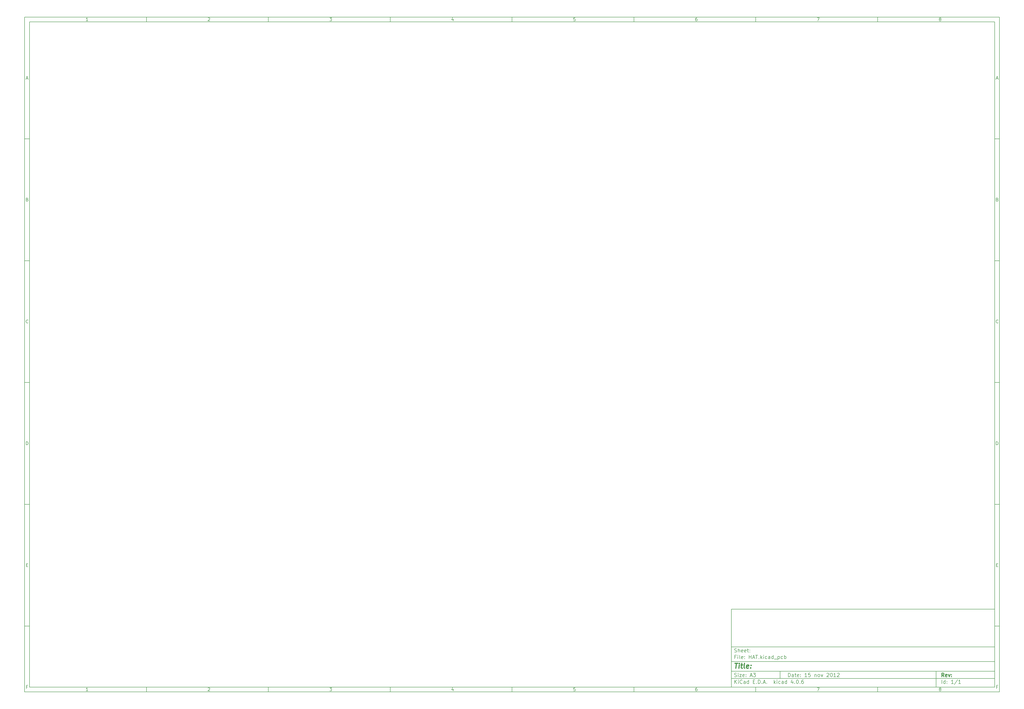
<source format=gbo>
G04 #@! TF.FileFunction,Legend,Bot*
%FSLAX46Y46*%
G04 Gerber Fmt 4.6, Leading zero omitted, Abs format (unit mm)*
G04 Created by KiCad (PCBNEW 4.0.6) date 06/14/17 17:14:32*
%MOMM*%
%LPD*%
G01*
G04 APERTURE LIST*
%ADD10C,0.150000*%
%ADD11C,0.300000*%
%ADD12C,0.400000*%
G04 APERTURE END LIST*
D10*
X299989000Y-253002200D02*
X299989000Y-285002200D01*
X407989000Y-285002200D01*
X407989000Y-253002200D01*
X299989000Y-253002200D01*
X10000000Y-10000000D02*
X10000000Y-287002200D01*
X409989000Y-287002200D01*
X409989000Y-10000000D01*
X10000000Y-10000000D01*
X12000000Y-12000000D02*
X12000000Y-285002200D01*
X407989000Y-285002200D01*
X407989000Y-12000000D01*
X12000000Y-12000000D01*
X60000000Y-12000000D02*
X60000000Y-10000000D01*
X110000000Y-12000000D02*
X110000000Y-10000000D01*
X160000000Y-12000000D02*
X160000000Y-10000000D01*
X210000000Y-12000000D02*
X210000000Y-10000000D01*
X260000000Y-12000000D02*
X260000000Y-10000000D01*
X310000000Y-12000000D02*
X310000000Y-10000000D01*
X360000000Y-12000000D02*
X360000000Y-10000000D01*
X35990476Y-11588095D02*
X35247619Y-11588095D01*
X35619048Y-11588095D02*
X35619048Y-10288095D01*
X35495238Y-10473810D01*
X35371429Y-10597619D01*
X35247619Y-10659524D01*
X85247619Y-10411905D02*
X85309524Y-10350000D01*
X85433333Y-10288095D01*
X85742857Y-10288095D01*
X85866667Y-10350000D01*
X85928571Y-10411905D01*
X85990476Y-10535714D01*
X85990476Y-10659524D01*
X85928571Y-10845238D01*
X85185714Y-11588095D01*
X85990476Y-11588095D01*
X135185714Y-10288095D02*
X135990476Y-10288095D01*
X135557143Y-10783333D01*
X135742857Y-10783333D01*
X135866667Y-10845238D01*
X135928571Y-10907143D01*
X135990476Y-11030952D01*
X135990476Y-11340476D01*
X135928571Y-11464286D01*
X135866667Y-11526190D01*
X135742857Y-11588095D01*
X135371429Y-11588095D01*
X135247619Y-11526190D01*
X135185714Y-11464286D01*
X185866667Y-10721429D02*
X185866667Y-11588095D01*
X185557143Y-10226190D02*
X185247619Y-11154762D01*
X186052381Y-11154762D01*
X235928571Y-10288095D02*
X235309524Y-10288095D01*
X235247619Y-10907143D01*
X235309524Y-10845238D01*
X235433333Y-10783333D01*
X235742857Y-10783333D01*
X235866667Y-10845238D01*
X235928571Y-10907143D01*
X235990476Y-11030952D01*
X235990476Y-11340476D01*
X235928571Y-11464286D01*
X235866667Y-11526190D01*
X235742857Y-11588095D01*
X235433333Y-11588095D01*
X235309524Y-11526190D01*
X235247619Y-11464286D01*
X285866667Y-10288095D02*
X285619048Y-10288095D01*
X285495238Y-10350000D01*
X285433333Y-10411905D01*
X285309524Y-10597619D01*
X285247619Y-10845238D01*
X285247619Y-11340476D01*
X285309524Y-11464286D01*
X285371429Y-11526190D01*
X285495238Y-11588095D01*
X285742857Y-11588095D01*
X285866667Y-11526190D01*
X285928571Y-11464286D01*
X285990476Y-11340476D01*
X285990476Y-11030952D01*
X285928571Y-10907143D01*
X285866667Y-10845238D01*
X285742857Y-10783333D01*
X285495238Y-10783333D01*
X285371429Y-10845238D01*
X285309524Y-10907143D01*
X285247619Y-11030952D01*
X335185714Y-10288095D02*
X336052381Y-10288095D01*
X335495238Y-11588095D01*
X385495238Y-10845238D02*
X385371429Y-10783333D01*
X385309524Y-10721429D01*
X385247619Y-10597619D01*
X385247619Y-10535714D01*
X385309524Y-10411905D01*
X385371429Y-10350000D01*
X385495238Y-10288095D01*
X385742857Y-10288095D01*
X385866667Y-10350000D01*
X385928571Y-10411905D01*
X385990476Y-10535714D01*
X385990476Y-10597619D01*
X385928571Y-10721429D01*
X385866667Y-10783333D01*
X385742857Y-10845238D01*
X385495238Y-10845238D01*
X385371429Y-10907143D01*
X385309524Y-10969048D01*
X385247619Y-11092857D01*
X385247619Y-11340476D01*
X385309524Y-11464286D01*
X385371429Y-11526190D01*
X385495238Y-11588095D01*
X385742857Y-11588095D01*
X385866667Y-11526190D01*
X385928571Y-11464286D01*
X385990476Y-11340476D01*
X385990476Y-11092857D01*
X385928571Y-10969048D01*
X385866667Y-10907143D01*
X385742857Y-10845238D01*
X60000000Y-285002200D02*
X60000000Y-287002200D01*
X110000000Y-285002200D02*
X110000000Y-287002200D01*
X160000000Y-285002200D02*
X160000000Y-287002200D01*
X210000000Y-285002200D02*
X210000000Y-287002200D01*
X260000000Y-285002200D02*
X260000000Y-287002200D01*
X310000000Y-285002200D02*
X310000000Y-287002200D01*
X360000000Y-285002200D02*
X360000000Y-287002200D01*
X35990476Y-286590295D02*
X35247619Y-286590295D01*
X35619048Y-286590295D02*
X35619048Y-285290295D01*
X35495238Y-285476010D01*
X35371429Y-285599819D01*
X35247619Y-285661724D01*
X85247619Y-285414105D02*
X85309524Y-285352200D01*
X85433333Y-285290295D01*
X85742857Y-285290295D01*
X85866667Y-285352200D01*
X85928571Y-285414105D01*
X85990476Y-285537914D01*
X85990476Y-285661724D01*
X85928571Y-285847438D01*
X85185714Y-286590295D01*
X85990476Y-286590295D01*
X135185714Y-285290295D02*
X135990476Y-285290295D01*
X135557143Y-285785533D01*
X135742857Y-285785533D01*
X135866667Y-285847438D01*
X135928571Y-285909343D01*
X135990476Y-286033152D01*
X135990476Y-286342676D01*
X135928571Y-286466486D01*
X135866667Y-286528390D01*
X135742857Y-286590295D01*
X135371429Y-286590295D01*
X135247619Y-286528390D01*
X135185714Y-286466486D01*
X185866667Y-285723629D02*
X185866667Y-286590295D01*
X185557143Y-285228390D02*
X185247619Y-286156962D01*
X186052381Y-286156962D01*
X235928571Y-285290295D02*
X235309524Y-285290295D01*
X235247619Y-285909343D01*
X235309524Y-285847438D01*
X235433333Y-285785533D01*
X235742857Y-285785533D01*
X235866667Y-285847438D01*
X235928571Y-285909343D01*
X235990476Y-286033152D01*
X235990476Y-286342676D01*
X235928571Y-286466486D01*
X235866667Y-286528390D01*
X235742857Y-286590295D01*
X235433333Y-286590295D01*
X235309524Y-286528390D01*
X235247619Y-286466486D01*
X285866667Y-285290295D02*
X285619048Y-285290295D01*
X285495238Y-285352200D01*
X285433333Y-285414105D01*
X285309524Y-285599819D01*
X285247619Y-285847438D01*
X285247619Y-286342676D01*
X285309524Y-286466486D01*
X285371429Y-286528390D01*
X285495238Y-286590295D01*
X285742857Y-286590295D01*
X285866667Y-286528390D01*
X285928571Y-286466486D01*
X285990476Y-286342676D01*
X285990476Y-286033152D01*
X285928571Y-285909343D01*
X285866667Y-285847438D01*
X285742857Y-285785533D01*
X285495238Y-285785533D01*
X285371429Y-285847438D01*
X285309524Y-285909343D01*
X285247619Y-286033152D01*
X335185714Y-285290295D02*
X336052381Y-285290295D01*
X335495238Y-286590295D01*
X385495238Y-285847438D02*
X385371429Y-285785533D01*
X385309524Y-285723629D01*
X385247619Y-285599819D01*
X385247619Y-285537914D01*
X385309524Y-285414105D01*
X385371429Y-285352200D01*
X385495238Y-285290295D01*
X385742857Y-285290295D01*
X385866667Y-285352200D01*
X385928571Y-285414105D01*
X385990476Y-285537914D01*
X385990476Y-285599819D01*
X385928571Y-285723629D01*
X385866667Y-285785533D01*
X385742857Y-285847438D01*
X385495238Y-285847438D01*
X385371429Y-285909343D01*
X385309524Y-285971248D01*
X385247619Y-286095057D01*
X385247619Y-286342676D01*
X385309524Y-286466486D01*
X385371429Y-286528390D01*
X385495238Y-286590295D01*
X385742857Y-286590295D01*
X385866667Y-286528390D01*
X385928571Y-286466486D01*
X385990476Y-286342676D01*
X385990476Y-286095057D01*
X385928571Y-285971248D01*
X385866667Y-285909343D01*
X385742857Y-285847438D01*
X10000000Y-60000000D02*
X12000000Y-60000000D01*
X10000000Y-110000000D02*
X12000000Y-110000000D01*
X10000000Y-160000000D02*
X12000000Y-160000000D01*
X10000000Y-210000000D02*
X12000000Y-210000000D01*
X10000000Y-260000000D02*
X12000000Y-260000000D01*
X10690476Y-35216667D02*
X11309524Y-35216667D01*
X10566667Y-35588095D02*
X11000000Y-34288095D01*
X11433333Y-35588095D01*
X11092857Y-84907143D02*
X11278571Y-84969048D01*
X11340476Y-85030952D01*
X11402381Y-85154762D01*
X11402381Y-85340476D01*
X11340476Y-85464286D01*
X11278571Y-85526190D01*
X11154762Y-85588095D01*
X10659524Y-85588095D01*
X10659524Y-84288095D01*
X11092857Y-84288095D01*
X11216667Y-84350000D01*
X11278571Y-84411905D01*
X11340476Y-84535714D01*
X11340476Y-84659524D01*
X11278571Y-84783333D01*
X11216667Y-84845238D01*
X11092857Y-84907143D01*
X10659524Y-84907143D01*
X11402381Y-135464286D02*
X11340476Y-135526190D01*
X11154762Y-135588095D01*
X11030952Y-135588095D01*
X10845238Y-135526190D01*
X10721429Y-135402381D01*
X10659524Y-135278571D01*
X10597619Y-135030952D01*
X10597619Y-134845238D01*
X10659524Y-134597619D01*
X10721429Y-134473810D01*
X10845238Y-134350000D01*
X11030952Y-134288095D01*
X11154762Y-134288095D01*
X11340476Y-134350000D01*
X11402381Y-134411905D01*
X10659524Y-185588095D02*
X10659524Y-184288095D01*
X10969048Y-184288095D01*
X11154762Y-184350000D01*
X11278571Y-184473810D01*
X11340476Y-184597619D01*
X11402381Y-184845238D01*
X11402381Y-185030952D01*
X11340476Y-185278571D01*
X11278571Y-185402381D01*
X11154762Y-185526190D01*
X10969048Y-185588095D01*
X10659524Y-185588095D01*
X10721429Y-234907143D02*
X11154762Y-234907143D01*
X11340476Y-235588095D02*
X10721429Y-235588095D01*
X10721429Y-234288095D01*
X11340476Y-234288095D01*
X11185714Y-284907143D02*
X10752381Y-284907143D01*
X10752381Y-285588095D02*
X10752381Y-284288095D01*
X11371428Y-284288095D01*
X409989000Y-60000000D02*
X407989000Y-60000000D01*
X409989000Y-110000000D02*
X407989000Y-110000000D01*
X409989000Y-160000000D02*
X407989000Y-160000000D01*
X409989000Y-210000000D02*
X407989000Y-210000000D01*
X409989000Y-260000000D02*
X407989000Y-260000000D01*
X408679476Y-35216667D02*
X409298524Y-35216667D01*
X408555667Y-35588095D02*
X408989000Y-34288095D01*
X409422333Y-35588095D01*
X409081857Y-84907143D02*
X409267571Y-84969048D01*
X409329476Y-85030952D01*
X409391381Y-85154762D01*
X409391381Y-85340476D01*
X409329476Y-85464286D01*
X409267571Y-85526190D01*
X409143762Y-85588095D01*
X408648524Y-85588095D01*
X408648524Y-84288095D01*
X409081857Y-84288095D01*
X409205667Y-84350000D01*
X409267571Y-84411905D01*
X409329476Y-84535714D01*
X409329476Y-84659524D01*
X409267571Y-84783333D01*
X409205667Y-84845238D01*
X409081857Y-84907143D01*
X408648524Y-84907143D01*
X409391381Y-135464286D02*
X409329476Y-135526190D01*
X409143762Y-135588095D01*
X409019952Y-135588095D01*
X408834238Y-135526190D01*
X408710429Y-135402381D01*
X408648524Y-135278571D01*
X408586619Y-135030952D01*
X408586619Y-134845238D01*
X408648524Y-134597619D01*
X408710429Y-134473810D01*
X408834238Y-134350000D01*
X409019952Y-134288095D01*
X409143762Y-134288095D01*
X409329476Y-134350000D01*
X409391381Y-134411905D01*
X408648524Y-185588095D02*
X408648524Y-184288095D01*
X408958048Y-184288095D01*
X409143762Y-184350000D01*
X409267571Y-184473810D01*
X409329476Y-184597619D01*
X409391381Y-184845238D01*
X409391381Y-185030952D01*
X409329476Y-185278571D01*
X409267571Y-185402381D01*
X409143762Y-185526190D01*
X408958048Y-185588095D01*
X408648524Y-185588095D01*
X408710429Y-234907143D02*
X409143762Y-234907143D01*
X409329476Y-235588095D02*
X408710429Y-235588095D01*
X408710429Y-234288095D01*
X409329476Y-234288095D01*
X409174714Y-284907143D02*
X408741381Y-284907143D01*
X408741381Y-285588095D02*
X408741381Y-284288095D01*
X409360428Y-284288095D01*
X323346143Y-280780771D02*
X323346143Y-279280771D01*
X323703286Y-279280771D01*
X323917571Y-279352200D01*
X324060429Y-279495057D01*
X324131857Y-279637914D01*
X324203286Y-279923629D01*
X324203286Y-280137914D01*
X324131857Y-280423629D01*
X324060429Y-280566486D01*
X323917571Y-280709343D01*
X323703286Y-280780771D01*
X323346143Y-280780771D01*
X325489000Y-280780771D02*
X325489000Y-279995057D01*
X325417571Y-279852200D01*
X325274714Y-279780771D01*
X324989000Y-279780771D01*
X324846143Y-279852200D01*
X325489000Y-280709343D02*
X325346143Y-280780771D01*
X324989000Y-280780771D01*
X324846143Y-280709343D01*
X324774714Y-280566486D01*
X324774714Y-280423629D01*
X324846143Y-280280771D01*
X324989000Y-280209343D01*
X325346143Y-280209343D01*
X325489000Y-280137914D01*
X325989000Y-279780771D02*
X326560429Y-279780771D01*
X326203286Y-279280771D02*
X326203286Y-280566486D01*
X326274714Y-280709343D01*
X326417572Y-280780771D01*
X326560429Y-280780771D01*
X327631857Y-280709343D02*
X327489000Y-280780771D01*
X327203286Y-280780771D01*
X327060429Y-280709343D01*
X326989000Y-280566486D01*
X326989000Y-279995057D01*
X327060429Y-279852200D01*
X327203286Y-279780771D01*
X327489000Y-279780771D01*
X327631857Y-279852200D01*
X327703286Y-279995057D01*
X327703286Y-280137914D01*
X326989000Y-280280771D01*
X328346143Y-280637914D02*
X328417571Y-280709343D01*
X328346143Y-280780771D01*
X328274714Y-280709343D01*
X328346143Y-280637914D01*
X328346143Y-280780771D01*
X328346143Y-279852200D02*
X328417571Y-279923629D01*
X328346143Y-279995057D01*
X328274714Y-279923629D01*
X328346143Y-279852200D01*
X328346143Y-279995057D01*
X330989000Y-280780771D02*
X330131857Y-280780771D01*
X330560429Y-280780771D02*
X330560429Y-279280771D01*
X330417572Y-279495057D01*
X330274714Y-279637914D01*
X330131857Y-279709343D01*
X332346143Y-279280771D02*
X331631857Y-279280771D01*
X331560428Y-279995057D01*
X331631857Y-279923629D01*
X331774714Y-279852200D01*
X332131857Y-279852200D01*
X332274714Y-279923629D01*
X332346143Y-279995057D01*
X332417571Y-280137914D01*
X332417571Y-280495057D01*
X332346143Y-280637914D01*
X332274714Y-280709343D01*
X332131857Y-280780771D01*
X331774714Y-280780771D01*
X331631857Y-280709343D01*
X331560428Y-280637914D01*
X334203285Y-279780771D02*
X334203285Y-280780771D01*
X334203285Y-279923629D02*
X334274713Y-279852200D01*
X334417571Y-279780771D01*
X334631856Y-279780771D01*
X334774713Y-279852200D01*
X334846142Y-279995057D01*
X334846142Y-280780771D01*
X335774714Y-280780771D02*
X335631856Y-280709343D01*
X335560428Y-280637914D01*
X335488999Y-280495057D01*
X335488999Y-280066486D01*
X335560428Y-279923629D01*
X335631856Y-279852200D01*
X335774714Y-279780771D01*
X335988999Y-279780771D01*
X336131856Y-279852200D01*
X336203285Y-279923629D01*
X336274714Y-280066486D01*
X336274714Y-280495057D01*
X336203285Y-280637914D01*
X336131856Y-280709343D01*
X335988999Y-280780771D01*
X335774714Y-280780771D01*
X336774714Y-279780771D02*
X337131857Y-280780771D01*
X337488999Y-279780771D01*
X339131856Y-279423629D02*
X339203285Y-279352200D01*
X339346142Y-279280771D01*
X339703285Y-279280771D01*
X339846142Y-279352200D01*
X339917571Y-279423629D01*
X339988999Y-279566486D01*
X339988999Y-279709343D01*
X339917571Y-279923629D01*
X339060428Y-280780771D01*
X339988999Y-280780771D01*
X340917570Y-279280771D02*
X341060427Y-279280771D01*
X341203284Y-279352200D01*
X341274713Y-279423629D01*
X341346142Y-279566486D01*
X341417570Y-279852200D01*
X341417570Y-280209343D01*
X341346142Y-280495057D01*
X341274713Y-280637914D01*
X341203284Y-280709343D01*
X341060427Y-280780771D01*
X340917570Y-280780771D01*
X340774713Y-280709343D01*
X340703284Y-280637914D01*
X340631856Y-280495057D01*
X340560427Y-280209343D01*
X340560427Y-279852200D01*
X340631856Y-279566486D01*
X340703284Y-279423629D01*
X340774713Y-279352200D01*
X340917570Y-279280771D01*
X342846141Y-280780771D02*
X341988998Y-280780771D01*
X342417570Y-280780771D02*
X342417570Y-279280771D01*
X342274713Y-279495057D01*
X342131855Y-279637914D01*
X341988998Y-279709343D01*
X343417569Y-279423629D02*
X343488998Y-279352200D01*
X343631855Y-279280771D01*
X343988998Y-279280771D01*
X344131855Y-279352200D01*
X344203284Y-279423629D01*
X344274712Y-279566486D01*
X344274712Y-279709343D01*
X344203284Y-279923629D01*
X343346141Y-280780771D01*
X344274712Y-280780771D01*
X299989000Y-281502200D02*
X407989000Y-281502200D01*
X301346143Y-283580771D02*
X301346143Y-282080771D01*
X302203286Y-283580771D02*
X301560429Y-282723629D01*
X302203286Y-282080771D02*
X301346143Y-282937914D01*
X302846143Y-283580771D02*
X302846143Y-282580771D01*
X302846143Y-282080771D02*
X302774714Y-282152200D01*
X302846143Y-282223629D01*
X302917571Y-282152200D01*
X302846143Y-282080771D01*
X302846143Y-282223629D01*
X304417572Y-283437914D02*
X304346143Y-283509343D01*
X304131857Y-283580771D01*
X303989000Y-283580771D01*
X303774715Y-283509343D01*
X303631857Y-283366486D01*
X303560429Y-283223629D01*
X303489000Y-282937914D01*
X303489000Y-282723629D01*
X303560429Y-282437914D01*
X303631857Y-282295057D01*
X303774715Y-282152200D01*
X303989000Y-282080771D01*
X304131857Y-282080771D01*
X304346143Y-282152200D01*
X304417572Y-282223629D01*
X305703286Y-283580771D02*
X305703286Y-282795057D01*
X305631857Y-282652200D01*
X305489000Y-282580771D01*
X305203286Y-282580771D01*
X305060429Y-282652200D01*
X305703286Y-283509343D02*
X305560429Y-283580771D01*
X305203286Y-283580771D01*
X305060429Y-283509343D01*
X304989000Y-283366486D01*
X304989000Y-283223629D01*
X305060429Y-283080771D01*
X305203286Y-283009343D01*
X305560429Y-283009343D01*
X305703286Y-282937914D01*
X307060429Y-283580771D02*
X307060429Y-282080771D01*
X307060429Y-283509343D02*
X306917572Y-283580771D01*
X306631858Y-283580771D01*
X306489000Y-283509343D01*
X306417572Y-283437914D01*
X306346143Y-283295057D01*
X306346143Y-282866486D01*
X306417572Y-282723629D01*
X306489000Y-282652200D01*
X306631858Y-282580771D01*
X306917572Y-282580771D01*
X307060429Y-282652200D01*
X308917572Y-282795057D02*
X309417572Y-282795057D01*
X309631858Y-283580771D02*
X308917572Y-283580771D01*
X308917572Y-282080771D01*
X309631858Y-282080771D01*
X310274715Y-283437914D02*
X310346143Y-283509343D01*
X310274715Y-283580771D01*
X310203286Y-283509343D01*
X310274715Y-283437914D01*
X310274715Y-283580771D01*
X310989001Y-283580771D02*
X310989001Y-282080771D01*
X311346144Y-282080771D01*
X311560429Y-282152200D01*
X311703287Y-282295057D01*
X311774715Y-282437914D01*
X311846144Y-282723629D01*
X311846144Y-282937914D01*
X311774715Y-283223629D01*
X311703287Y-283366486D01*
X311560429Y-283509343D01*
X311346144Y-283580771D01*
X310989001Y-283580771D01*
X312489001Y-283437914D02*
X312560429Y-283509343D01*
X312489001Y-283580771D01*
X312417572Y-283509343D01*
X312489001Y-283437914D01*
X312489001Y-283580771D01*
X313131858Y-283152200D02*
X313846144Y-283152200D01*
X312989001Y-283580771D02*
X313489001Y-282080771D01*
X313989001Y-283580771D01*
X314489001Y-283437914D02*
X314560429Y-283509343D01*
X314489001Y-283580771D01*
X314417572Y-283509343D01*
X314489001Y-283437914D01*
X314489001Y-283580771D01*
X317489001Y-283580771D02*
X317489001Y-282080771D01*
X317631858Y-283009343D02*
X318060429Y-283580771D01*
X318060429Y-282580771D02*
X317489001Y-283152200D01*
X318703287Y-283580771D02*
X318703287Y-282580771D01*
X318703287Y-282080771D02*
X318631858Y-282152200D01*
X318703287Y-282223629D01*
X318774715Y-282152200D01*
X318703287Y-282080771D01*
X318703287Y-282223629D01*
X320060430Y-283509343D02*
X319917573Y-283580771D01*
X319631859Y-283580771D01*
X319489001Y-283509343D01*
X319417573Y-283437914D01*
X319346144Y-283295057D01*
X319346144Y-282866486D01*
X319417573Y-282723629D01*
X319489001Y-282652200D01*
X319631859Y-282580771D01*
X319917573Y-282580771D01*
X320060430Y-282652200D01*
X321346144Y-283580771D02*
X321346144Y-282795057D01*
X321274715Y-282652200D01*
X321131858Y-282580771D01*
X320846144Y-282580771D01*
X320703287Y-282652200D01*
X321346144Y-283509343D02*
X321203287Y-283580771D01*
X320846144Y-283580771D01*
X320703287Y-283509343D01*
X320631858Y-283366486D01*
X320631858Y-283223629D01*
X320703287Y-283080771D01*
X320846144Y-283009343D01*
X321203287Y-283009343D01*
X321346144Y-282937914D01*
X322703287Y-283580771D02*
X322703287Y-282080771D01*
X322703287Y-283509343D02*
X322560430Y-283580771D01*
X322274716Y-283580771D01*
X322131858Y-283509343D01*
X322060430Y-283437914D01*
X321989001Y-283295057D01*
X321989001Y-282866486D01*
X322060430Y-282723629D01*
X322131858Y-282652200D01*
X322274716Y-282580771D01*
X322560430Y-282580771D01*
X322703287Y-282652200D01*
X325203287Y-282580771D02*
X325203287Y-283580771D01*
X324846144Y-282009343D02*
X324489001Y-283080771D01*
X325417573Y-283080771D01*
X325989001Y-283437914D02*
X326060429Y-283509343D01*
X325989001Y-283580771D01*
X325917572Y-283509343D01*
X325989001Y-283437914D01*
X325989001Y-283580771D01*
X326989001Y-282080771D02*
X327131858Y-282080771D01*
X327274715Y-282152200D01*
X327346144Y-282223629D01*
X327417573Y-282366486D01*
X327489001Y-282652200D01*
X327489001Y-283009343D01*
X327417573Y-283295057D01*
X327346144Y-283437914D01*
X327274715Y-283509343D01*
X327131858Y-283580771D01*
X326989001Y-283580771D01*
X326846144Y-283509343D01*
X326774715Y-283437914D01*
X326703287Y-283295057D01*
X326631858Y-283009343D01*
X326631858Y-282652200D01*
X326703287Y-282366486D01*
X326774715Y-282223629D01*
X326846144Y-282152200D01*
X326989001Y-282080771D01*
X328131858Y-283437914D02*
X328203286Y-283509343D01*
X328131858Y-283580771D01*
X328060429Y-283509343D01*
X328131858Y-283437914D01*
X328131858Y-283580771D01*
X329489001Y-282080771D02*
X329203287Y-282080771D01*
X329060430Y-282152200D01*
X328989001Y-282223629D01*
X328846144Y-282437914D01*
X328774715Y-282723629D01*
X328774715Y-283295057D01*
X328846144Y-283437914D01*
X328917572Y-283509343D01*
X329060430Y-283580771D01*
X329346144Y-283580771D01*
X329489001Y-283509343D01*
X329560430Y-283437914D01*
X329631858Y-283295057D01*
X329631858Y-282937914D01*
X329560430Y-282795057D01*
X329489001Y-282723629D01*
X329346144Y-282652200D01*
X329060430Y-282652200D01*
X328917572Y-282723629D01*
X328846144Y-282795057D01*
X328774715Y-282937914D01*
X299989000Y-278502200D02*
X407989000Y-278502200D01*
D11*
X387203286Y-280780771D02*
X386703286Y-280066486D01*
X386346143Y-280780771D02*
X386346143Y-279280771D01*
X386917571Y-279280771D01*
X387060429Y-279352200D01*
X387131857Y-279423629D01*
X387203286Y-279566486D01*
X387203286Y-279780771D01*
X387131857Y-279923629D01*
X387060429Y-279995057D01*
X386917571Y-280066486D01*
X386346143Y-280066486D01*
X388417571Y-280709343D02*
X388274714Y-280780771D01*
X387989000Y-280780771D01*
X387846143Y-280709343D01*
X387774714Y-280566486D01*
X387774714Y-279995057D01*
X387846143Y-279852200D01*
X387989000Y-279780771D01*
X388274714Y-279780771D01*
X388417571Y-279852200D01*
X388489000Y-279995057D01*
X388489000Y-280137914D01*
X387774714Y-280280771D01*
X388989000Y-279780771D02*
X389346143Y-280780771D01*
X389703285Y-279780771D01*
X390274714Y-280637914D02*
X390346142Y-280709343D01*
X390274714Y-280780771D01*
X390203285Y-280709343D01*
X390274714Y-280637914D01*
X390274714Y-280780771D01*
X390274714Y-279852200D02*
X390346142Y-279923629D01*
X390274714Y-279995057D01*
X390203285Y-279923629D01*
X390274714Y-279852200D01*
X390274714Y-279995057D01*
D10*
X301274714Y-280709343D02*
X301489000Y-280780771D01*
X301846143Y-280780771D01*
X301989000Y-280709343D01*
X302060429Y-280637914D01*
X302131857Y-280495057D01*
X302131857Y-280352200D01*
X302060429Y-280209343D01*
X301989000Y-280137914D01*
X301846143Y-280066486D01*
X301560429Y-279995057D01*
X301417571Y-279923629D01*
X301346143Y-279852200D01*
X301274714Y-279709343D01*
X301274714Y-279566486D01*
X301346143Y-279423629D01*
X301417571Y-279352200D01*
X301560429Y-279280771D01*
X301917571Y-279280771D01*
X302131857Y-279352200D01*
X302774714Y-280780771D02*
X302774714Y-279780771D01*
X302774714Y-279280771D02*
X302703285Y-279352200D01*
X302774714Y-279423629D01*
X302846142Y-279352200D01*
X302774714Y-279280771D01*
X302774714Y-279423629D01*
X303346143Y-279780771D02*
X304131857Y-279780771D01*
X303346143Y-280780771D01*
X304131857Y-280780771D01*
X305274714Y-280709343D02*
X305131857Y-280780771D01*
X304846143Y-280780771D01*
X304703286Y-280709343D01*
X304631857Y-280566486D01*
X304631857Y-279995057D01*
X304703286Y-279852200D01*
X304846143Y-279780771D01*
X305131857Y-279780771D01*
X305274714Y-279852200D01*
X305346143Y-279995057D01*
X305346143Y-280137914D01*
X304631857Y-280280771D01*
X305989000Y-280637914D02*
X306060428Y-280709343D01*
X305989000Y-280780771D01*
X305917571Y-280709343D01*
X305989000Y-280637914D01*
X305989000Y-280780771D01*
X305989000Y-279852200D02*
X306060428Y-279923629D01*
X305989000Y-279995057D01*
X305917571Y-279923629D01*
X305989000Y-279852200D01*
X305989000Y-279995057D01*
X307774714Y-280352200D02*
X308489000Y-280352200D01*
X307631857Y-280780771D02*
X308131857Y-279280771D01*
X308631857Y-280780771D01*
X308989000Y-279280771D02*
X309917571Y-279280771D01*
X309417571Y-279852200D01*
X309631857Y-279852200D01*
X309774714Y-279923629D01*
X309846143Y-279995057D01*
X309917571Y-280137914D01*
X309917571Y-280495057D01*
X309846143Y-280637914D01*
X309774714Y-280709343D01*
X309631857Y-280780771D01*
X309203285Y-280780771D01*
X309060428Y-280709343D01*
X308989000Y-280637914D01*
X386346143Y-283580771D02*
X386346143Y-282080771D01*
X387703286Y-283580771D02*
X387703286Y-282080771D01*
X387703286Y-283509343D02*
X387560429Y-283580771D01*
X387274715Y-283580771D01*
X387131857Y-283509343D01*
X387060429Y-283437914D01*
X386989000Y-283295057D01*
X386989000Y-282866486D01*
X387060429Y-282723629D01*
X387131857Y-282652200D01*
X387274715Y-282580771D01*
X387560429Y-282580771D01*
X387703286Y-282652200D01*
X388417572Y-283437914D02*
X388489000Y-283509343D01*
X388417572Y-283580771D01*
X388346143Y-283509343D01*
X388417572Y-283437914D01*
X388417572Y-283580771D01*
X388417572Y-282652200D02*
X388489000Y-282723629D01*
X388417572Y-282795057D01*
X388346143Y-282723629D01*
X388417572Y-282652200D01*
X388417572Y-282795057D01*
X391060429Y-283580771D02*
X390203286Y-283580771D01*
X390631858Y-283580771D02*
X390631858Y-282080771D01*
X390489001Y-282295057D01*
X390346143Y-282437914D01*
X390203286Y-282509343D01*
X392774714Y-282009343D02*
X391489000Y-283937914D01*
X394060429Y-283580771D02*
X393203286Y-283580771D01*
X393631858Y-283580771D02*
X393631858Y-282080771D01*
X393489001Y-282295057D01*
X393346143Y-282437914D01*
X393203286Y-282509343D01*
X299989000Y-274502200D02*
X407989000Y-274502200D01*
D12*
X301441381Y-275206962D02*
X302584238Y-275206962D01*
X301762810Y-277206962D02*
X302012810Y-275206962D01*
X303000905Y-277206962D02*
X303167571Y-275873629D01*
X303250905Y-275206962D02*
X303143762Y-275302200D01*
X303227095Y-275397438D01*
X303334239Y-275302200D01*
X303250905Y-275206962D01*
X303227095Y-275397438D01*
X303834238Y-275873629D02*
X304596143Y-275873629D01*
X304203286Y-275206962D02*
X303989000Y-276921248D01*
X304060430Y-277111724D01*
X304239001Y-277206962D01*
X304429477Y-277206962D01*
X305381858Y-277206962D02*
X305203287Y-277111724D01*
X305131857Y-276921248D01*
X305346143Y-275206962D01*
X306917572Y-277111724D02*
X306715191Y-277206962D01*
X306334239Y-277206962D01*
X306155667Y-277111724D01*
X306084238Y-276921248D01*
X306179476Y-276159343D01*
X306298524Y-275968867D01*
X306500905Y-275873629D01*
X306881857Y-275873629D01*
X307060429Y-275968867D01*
X307131857Y-276159343D01*
X307108048Y-276349819D01*
X306131857Y-276540295D01*
X307881857Y-277016486D02*
X307965192Y-277111724D01*
X307858048Y-277206962D01*
X307774715Y-277111724D01*
X307881857Y-277016486D01*
X307858048Y-277206962D01*
X308012810Y-275968867D02*
X308096144Y-276064105D01*
X307989000Y-276159343D01*
X307905667Y-276064105D01*
X308012810Y-275968867D01*
X307989000Y-276159343D01*
D10*
X301846143Y-272595057D02*
X301346143Y-272595057D01*
X301346143Y-273380771D02*
X301346143Y-271880771D01*
X302060429Y-271880771D01*
X302631857Y-273380771D02*
X302631857Y-272380771D01*
X302631857Y-271880771D02*
X302560428Y-271952200D01*
X302631857Y-272023629D01*
X302703285Y-271952200D01*
X302631857Y-271880771D01*
X302631857Y-272023629D01*
X303560429Y-273380771D02*
X303417571Y-273309343D01*
X303346143Y-273166486D01*
X303346143Y-271880771D01*
X304703285Y-273309343D02*
X304560428Y-273380771D01*
X304274714Y-273380771D01*
X304131857Y-273309343D01*
X304060428Y-273166486D01*
X304060428Y-272595057D01*
X304131857Y-272452200D01*
X304274714Y-272380771D01*
X304560428Y-272380771D01*
X304703285Y-272452200D01*
X304774714Y-272595057D01*
X304774714Y-272737914D01*
X304060428Y-272880771D01*
X305417571Y-273237914D02*
X305488999Y-273309343D01*
X305417571Y-273380771D01*
X305346142Y-273309343D01*
X305417571Y-273237914D01*
X305417571Y-273380771D01*
X305417571Y-272452200D02*
X305488999Y-272523629D01*
X305417571Y-272595057D01*
X305346142Y-272523629D01*
X305417571Y-272452200D01*
X305417571Y-272595057D01*
X307274714Y-273380771D02*
X307274714Y-271880771D01*
X307274714Y-272595057D02*
X308131857Y-272595057D01*
X308131857Y-273380771D02*
X308131857Y-271880771D01*
X308774714Y-272952200D02*
X309489000Y-272952200D01*
X308631857Y-273380771D02*
X309131857Y-271880771D01*
X309631857Y-273380771D01*
X309917571Y-271880771D02*
X310774714Y-271880771D01*
X310346143Y-273380771D02*
X310346143Y-271880771D01*
X311274714Y-273237914D02*
X311346142Y-273309343D01*
X311274714Y-273380771D01*
X311203285Y-273309343D01*
X311274714Y-273237914D01*
X311274714Y-273380771D01*
X311989000Y-273380771D02*
X311989000Y-271880771D01*
X312131857Y-272809343D02*
X312560428Y-273380771D01*
X312560428Y-272380771D02*
X311989000Y-272952200D01*
X313203286Y-273380771D02*
X313203286Y-272380771D01*
X313203286Y-271880771D02*
X313131857Y-271952200D01*
X313203286Y-272023629D01*
X313274714Y-271952200D01*
X313203286Y-271880771D01*
X313203286Y-272023629D01*
X314560429Y-273309343D02*
X314417572Y-273380771D01*
X314131858Y-273380771D01*
X313989000Y-273309343D01*
X313917572Y-273237914D01*
X313846143Y-273095057D01*
X313846143Y-272666486D01*
X313917572Y-272523629D01*
X313989000Y-272452200D01*
X314131858Y-272380771D01*
X314417572Y-272380771D01*
X314560429Y-272452200D01*
X315846143Y-273380771D02*
X315846143Y-272595057D01*
X315774714Y-272452200D01*
X315631857Y-272380771D01*
X315346143Y-272380771D01*
X315203286Y-272452200D01*
X315846143Y-273309343D02*
X315703286Y-273380771D01*
X315346143Y-273380771D01*
X315203286Y-273309343D01*
X315131857Y-273166486D01*
X315131857Y-273023629D01*
X315203286Y-272880771D01*
X315346143Y-272809343D01*
X315703286Y-272809343D01*
X315846143Y-272737914D01*
X317203286Y-273380771D02*
X317203286Y-271880771D01*
X317203286Y-273309343D02*
X317060429Y-273380771D01*
X316774715Y-273380771D01*
X316631857Y-273309343D01*
X316560429Y-273237914D01*
X316489000Y-273095057D01*
X316489000Y-272666486D01*
X316560429Y-272523629D01*
X316631857Y-272452200D01*
X316774715Y-272380771D01*
X317060429Y-272380771D01*
X317203286Y-272452200D01*
X317560429Y-273523629D02*
X318703286Y-273523629D01*
X319060429Y-272380771D02*
X319060429Y-273880771D01*
X319060429Y-272452200D02*
X319203286Y-272380771D01*
X319489000Y-272380771D01*
X319631857Y-272452200D01*
X319703286Y-272523629D01*
X319774715Y-272666486D01*
X319774715Y-273095057D01*
X319703286Y-273237914D01*
X319631857Y-273309343D01*
X319489000Y-273380771D01*
X319203286Y-273380771D01*
X319060429Y-273309343D01*
X321060429Y-273309343D02*
X320917572Y-273380771D01*
X320631858Y-273380771D01*
X320489000Y-273309343D01*
X320417572Y-273237914D01*
X320346143Y-273095057D01*
X320346143Y-272666486D01*
X320417572Y-272523629D01*
X320489000Y-272452200D01*
X320631858Y-272380771D01*
X320917572Y-272380771D01*
X321060429Y-272452200D01*
X321703286Y-273380771D02*
X321703286Y-271880771D01*
X321703286Y-272452200D02*
X321846143Y-272380771D01*
X322131857Y-272380771D01*
X322274714Y-272452200D01*
X322346143Y-272523629D01*
X322417572Y-272666486D01*
X322417572Y-273095057D01*
X322346143Y-273237914D01*
X322274714Y-273309343D01*
X322131857Y-273380771D01*
X321846143Y-273380771D01*
X321703286Y-273309343D01*
X299989000Y-268502200D02*
X407989000Y-268502200D01*
X301274714Y-270609343D02*
X301489000Y-270680771D01*
X301846143Y-270680771D01*
X301989000Y-270609343D01*
X302060429Y-270537914D01*
X302131857Y-270395057D01*
X302131857Y-270252200D01*
X302060429Y-270109343D01*
X301989000Y-270037914D01*
X301846143Y-269966486D01*
X301560429Y-269895057D01*
X301417571Y-269823629D01*
X301346143Y-269752200D01*
X301274714Y-269609343D01*
X301274714Y-269466486D01*
X301346143Y-269323629D01*
X301417571Y-269252200D01*
X301560429Y-269180771D01*
X301917571Y-269180771D01*
X302131857Y-269252200D01*
X302774714Y-270680771D02*
X302774714Y-269180771D01*
X303417571Y-270680771D02*
X303417571Y-269895057D01*
X303346142Y-269752200D01*
X303203285Y-269680771D01*
X302989000Y-269680771D01*
X302846142Y-269752200D01*
X302774714Y-269823629D01*
X304703285Y-270609343D02*
X304560428Y-270680771D01*
X304274714Y-270680771D01*
X304131857Y-270609343D01*
X304060428Y-270466486D01*
X304060428Y-269895057D01*
X304131857Y-269752200D01*
X304274714Y-269680771D01*
X304560428Y-269680771D01*
X304703285Y-269752200D01*
X304774714Y-269895057D01*
X304774714Y-270037914D01*
X304060428Y-270180771D01*
X305988999Y-270609343D02*
X305846142Y-270680771D01*
X305560428Y-270680771D01*
X305417571Y-270609343D01*
X305346142Y-270466486D01*
X305346142Y-269895057D01*
X305417571Y-269752200D01*
X305560428Y-269680771D01*
X305846142Y-269680771D01*
X305988999Y-269752200D01*
X306060428Y-269895057D01*
X306060428Y-270037914D01*
X305346142Y-270180771D01*
X306488999Y-269680771D02*
X307060428Y-269680771D01*
X306703285Y-269180771D02*
X306703285Y-270466486D01*
X306774713Y-270609343D01*
X306917571Y-270680771D01*
X307060428Y-270680771D01*
X307560428Y-270537914D02*
X307631856Y-270609343D01*
X307560428Y-270680771D01*
X307488999Y-270609343D01*
X307560428Y-270537914D01*
X307560428Y-270680771D01*
X307560428Y-269752200D02*
X307631856Y-269823629D01*
X307560428Y-269895057D01*
X307488999Y-269823629D01*
X307560428Y-269752200D01*
X307560428Y-269895057D01*
X319989000Y-278502200D02*
X319989000Y-281502200D01*
X383989000Y-278502200D02*
X383989000Y-285002200D01*
M02*

</source>
